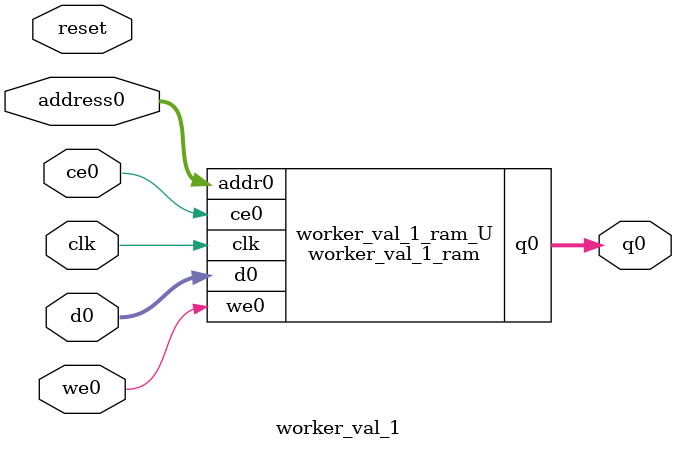
<source format=v>

`timescale 1 ns / 1 ps
module worker_val_1_ram (addr0, ce0, d0, we0, q0,  clk);

parameter DWIDTH = 32;
parameter AWIDTH = 12;
parameter MEM_SIZE = 2500;

input[AWIDTH-1:0] addr0;
input ce0;
input[DWIDTH-1:0] d0;
input we0;
output reg[DWIDTH-1:0] q0;
input clk;

(* ram_style = "block" *)reg [DWIDTH-1:0] ram[MEM_SIZE-1:0];




always @(posedge clk)  
begin 
    if (ce0) 
    begin
        if (we0) 
        begin 
            ram[addr0] <= d0; 
            q0 <= d0;
        end 
        else 
            q0 <= ram[addr0];
    end
end


endmodule


`timescale 1 ns / 1 ps
module worker_val_1(
    reset,
    clk,
    address0,
    ce0,
    we0,
    d0,
    q0);

parameter DataWidth = 32'd32;
parameter AddressRange = 32'd2500;
parameter AddressWidth = 32'd12;
input reset;
input clk;
input[AddressWidth - 1:0] address0;
input ce0;
input we0;
input[DataWidth - 1:0] d0;
output[DataWidth - 1:0] q0;



worker_val_1_ram worker_val_1_ram_U(
    .clk( clk ),
    .addr0( address0 ),
    .ce0( ce0 ),
    .d0( d0 ),
    .we0( we0 ),
    .q0( q0 ));

endmodule


</source>
